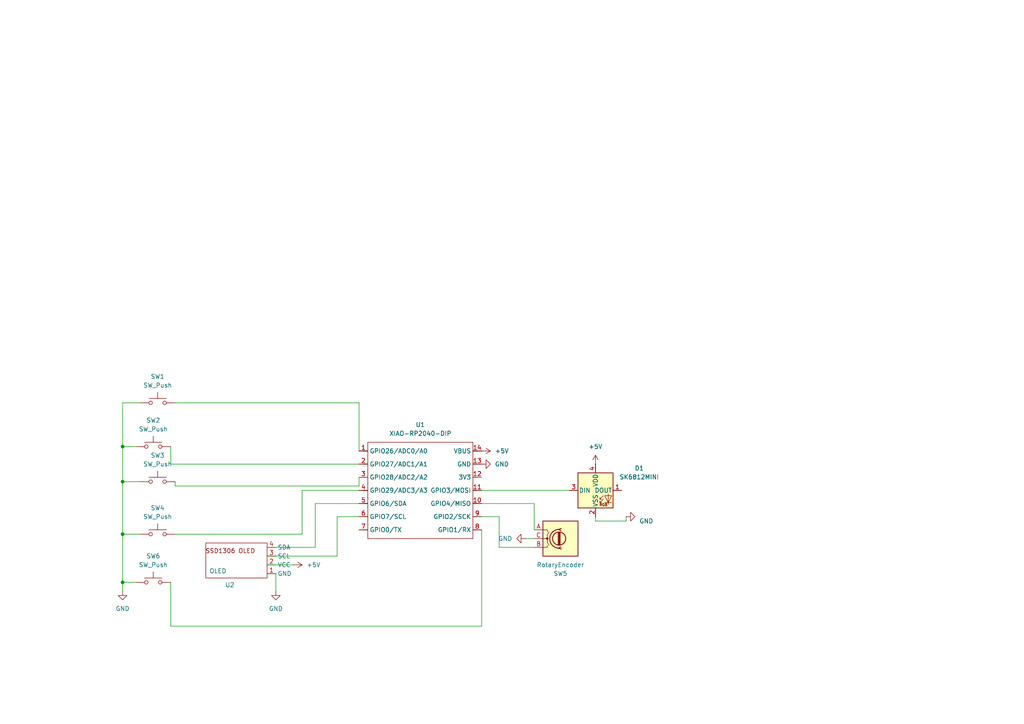
<source format=kicad_sch>
(kicad_sch (version 20250114) (generator "eeschema") (generator_version "9.0")
  (paper "A4")
  (lib_symbols
    (symbol "Device:RotaryEncoder" (pin_names (offset 0.254) (hide yes))
      (property "Reference" "SW" (at 0 6.604 0))
      (property "Value" "RotaryEncoder" (at 0 -6.604 0))
      (symbol "RotaryEncoder_0_1"
        (rectangle (start -5.08 5.08) (end 5.08 -5.08) (stroke (width 0.254)) (fill (type background)))
        (polyline (pts (xy -5.08 2.54) (xy -3.81 2.54) (xy -3.81 2.032)))
        (polyline (pts (xy -5.08 0) (xy -3.81 0) (xy -3.81 -1.016) (xy -3.302 -2.032)))
        (polyline (pts (xy -5.08 -2.54) (xy -3.81 -2.54) (xy -3.81 -2.032)))
        (polyline (pts (xy -4.318 0) (xy -3.81 0) (xy -3.81 1.016) (xy -3.302 2.032)))
        (circle (center -3.81 0) (radius 0.254) (fill (type outline)))
        (polyline (pts (xy -0.635 -1.778) (xy -0.635 1.778)) (stroke (width 0.254)))
        (circle (center -0.381 0) (radius 1.905) (stroke (width 0.254)))
        (polyline (pts (xy -0.381 -1.778) (xy -0.381 1.778)) (stroke (width 0.254)))
        (arc (start -0.381 -2.794) (mid -3.0988 -0.0635) (end -0.381 2.667) (stroke (width 0.254)))
        (polyline (pts (xy -0.127 1.778) (xy -0.127 -1.778)) (stroke (width 0.254)))
        (polyline (pts (xy 0.254 2.921) (xy -0.508 2.667) (xy 0.127 2.286)) (stroke (width 0.254)))
        (polyline (pts (xy 0.254 -3.048) (xy -0.508 -2.794) (xy 0.127 -2.413)) (stroke (width 0.254)))
      )
      (symbol "RotaryEncoder_1_1"
        (pin passive line (at -7.62 2.54 0) (length 2.54) (name "A") (number "A"))
        (pin passive line (at -7.62 0 0) (length 2.54) (name "C") (number "C"))
        (pin passive line (at -7.62 -2.54 0) (length 2.54) (name "B") (number "B"))
      )
    )
    (symbol "LED:SK6812MINI" (pin_names (offset 0.254))
      (property "Reference" "D" (at 5.08 5.715 0))
      (property "Value" "SK6812MINI" (at 1.27 -5.715 0))
      (symbol "SK6812MINI_0_0"
        (text "RGB" (at 2.286 -4.191 0) (effects (font (size 0.762 0.762))))
      )
      (symbol "SK6812MINI_0_1"
        (polyline (pts (xy 1.27 -2.54) (xy 1.778 -2.54)))
        (polyline (pts (xy 1.27 -3.556) (xy 1.778 -3.556)))
        (polyline (pts (xy 2.286 -1.524) (xy 1.27 -2.54) (xy 1.27 -2.032)))
        (polyline (pts (xy 2.286 -2.54) (xy 1.27 -3.556) (xy 1.27 -3.048)))
        (polyline (pts (xy 3.683 -1.016) (xy 3.683 -3.556) (xy 3.683 -4.064)))
        (polyline (pts (xy 4.699 -1.524) (xy 2.667 -1.524) (xy 3.683 -3.556) (xy 4.699 -1.524)))
        (polyline (pts (xy 4.699 -3.556) (xy 2.667 -3.556)))
        (rectangle (start 5.08 5.08) (end -5.08 -5.08) (stroke (width 0.254)) (fill (type background)))
      )
      (symbol "SK6812MINI_1_1"
        (pin input line (at -7.62 0 0) (length 2.54) (name "DIN") (number "3"))
        (pin power_in line (at 0 7.62 270) (length 2.54) (name "VDD") (number "4"))
        (pin power_in line (at 0 -7.62 90) (length 2.54) (name "VSS") (number "2"))
        (pin output line (at 7.62 0 180) (length 2.54) (name "DOUT") (number "1"))
      )
    )
    (symbol "Seeed_Studio_XIAO_Series:XIAO-RP2040-DIP"
      (property "Reference" "U" (at 0 0 0))
      (property "Value" "XIAO-RP2040-DIP" (at 5.334 -1.778 0))
      (symbol "XIAO-RP2040-DIP_1_0"
        (polyline (pts (xy -1.27 -2.54) (xy 29.21 -2.54)) (stroke (width 0.1524)))
        (polyline (pts (xy -1.27 -5.08) (xy -2.54 -5.08)) (stroke (width 0.1524)))
        (polyline (pts (xy -1.27 -5.08) (xy -1.27 -2.54)) (stroke (width 0.1524)))
        (polyline (pts (xy -1.27 -8.89) (xy -2.54 -8.89)) (stroke (width 0.1524)))
        (polyline (pts (xy -1.27 -8.89) (xy -1.27 -5.08)) (stroke (width 0.1524)))
        (polyline (pts (xy -1.27 -12.7) (xy -2.54 -12.7)) (stroke (width 0.1524)))
        (polyline (pts (xy -1.27 -12.7) (xy -1.27 -8.89)) (stroke (width 0.1524)))
        (polyline (pts (xy -1.27 -16.51) (xy -2.54 -16.51)) (stroke (width 0.1524)))
        (polyline (pts (xy -1.27 -16.51) (xy -1.27 -12.7)) (stroke (width 0.1524)))
        (polyline (pts (xy -1.27 -20.32) (xy -2.54 -20.32)) (stroke (width 0.1524)))
        (polyline (pts (xy -1.27 -24.13) (xy -2.54 -24.13)) (stroke (width 0.1524)))
        (polyline (pts (xy -1.27 -27.94) (xy -2.54 -27.94)) (stroke (width 0.1524)))
        (polyline (pts (xy -1.27 -30.48) (xy -1.27 -16.51)) (stroke (width 0.1524)))
        (polyline (pts (xy 29.21 -2.54) (xy 29.21 -5.08)) (stroke (width 0.1524)))
        (polyline (pts (xy 29.21 -5.08) (xy 29.21 -8.89)) (stroke (width 0.1524)))
        (polyline (pts (xy 29.21 -8.89) (xy 29.21 -12.7)) (stroke (width 0.1524)))
        (polyline (pts (xy 29.21 -12.7) (xy 29.21 -30.48)) (stroke (width 0.1524)))
        (polyline (pts (xy 29.21 -30.48) (xy -1.27 -30.48)) (stroke (width 0.1524)))
        (polyline (pts (xy 30.48 -5.08) (xy 29.21 -5.08)) (stroke (width 0.1524)))
        (polyline (pts (xy 30.48 -8.89) (xy 29.21 -8.89)) (stroke (width 0.1524)))
        (polyline (pts (xy 30.48 -12.7) (xy 29.21 -12.7)) (stroke (width 0.1524)))
        (polyline (pts (xy 30.48 -16.51) (xy 29.21 -16.51)) (stroke (width 0.1524)))
        (polyline (pts (xy 30.48 -20.32) (xy 29.21 -20.32)) (stroke (width 0.1524)))
        (polyline (pts (xy 30.48 -24.13) (xy 29.21 -24.13)) (stroke (width 0.1524)))
        (polyline (pts (xy 30.48 -27.94) (xy 29.21 -27.94)) (stroke (width 0.1524)))
        (pin passive line (at -3.81 -5.08 0) (length 2.54) (name "GPIO26/ADC0/A0") (number "1"))
        (pin passive line (at -3.81 -8.89 0) (length 2.54) (name "GPIO27/ADC1/A1") (number "2"))
        (pin passive line (at -3.81 -12.7 0) (length 2.54) (name "GPIO28/ADC2/A2") (number "3"))
        (pin passive line (at -3.81 -16.51 0) (length 2.54) (name "GPIO29/ADC3/A3") (number "4"))
        (pin passive line (at -3.81 -20.32 0) (length 2.54) (name "GPIO6/SDA") (number "5"))
        (pin passive line (at -3.81 -24.13 0) (length 2.54) (name "GPIO7/SCL") (number "6"))
        (pin passive line (at -3.81 -27.94 0) (length 2.54) (name "GPIO0/TX") (number "7"))
        (pin passive line (at 31.75 -5.08 180) (length 2.54) (name "VBUS") (number "14"))
        (pin passive line (at 31.75 -8.89 180) (length 2.54) (name "GND") (number "13"))
        (pin passive line (at 31.75 -12.7 180) (length 2.54) (name "3V3") (number "12"))
        (pin passive line (at 31.75 -16.51 180) (length 2.54) (name "GPIO3/MOSI") (number "11"))
        (pin passive line (at 31.75 -20.32 180) (length 2.54) (name "GPIO4/MISO") (number "10"))
        (pin passive line (at 31.75 -24.13 180) (length 2.54) (name "GPIO2/SCK") (number "9"))
        (pin passive line (at 31.75 -27.94 180) (length 2.54) (name "GPIO1/RX") (number "8"))
      )
    )
    (symbol "Switch:SW_Push" (pin_numbers (hide yes)) (pin_names (offset 1.016) (hide yes))
      (property "Reference" "SW" (at 1.27 2.54 0))
      (property "Value" "SW_Push" (at 0 -1.524 0))
      (symbol "SW_Push_0_1"
        (circle (center -2.032 0) (radius 0.508))
        (polyline (pts (xy 0 1.27) (xy 0 3.048)))
        (circle (center 2.032 0) (radius 0.508))
        (polyline (pts (xy 2.54 1.27) (xy -2.54 1.27)))
        (pin passive line (at -5.08 0 0) (length 2.54) (name "1") (number "1"))
        (pin passive line (at 5.08 0 180) (length 2.54) (name "2") (number "2"))
      )
    )
    (symbol "oled:oled_symb"
      (property "Reference" "U2" (at -14.732 0.762 0))
      (property "Value" "OLED" (at -19.304 -3.302 0))
      (symbol "oled_symb_0_1"
        (rectangle (start -20.32 -1.27) (end -2.54 -11.43))
      )
      (symbol "oled_symb_1_1"
        (text "SSD1306 OLED\n" (at -13.208 -9.144 0) (effects (font (size 1.27 1.27))))
        (pin passive line (at -2.54 -2.54 0) (length 2.54) (name "GND") (number "1"))
        (pin power_in line (at -2.54 -5.08 0) (length 2.54) (name "VCC") (number "2"))
        (pin input line (at -2.54 -7.62 0) (length 2.54) (name "SCL") (number "3"))
        (pin input line (at -2.54 -10.16 0) (length 2.54) (name "SDA") (number "4"))
      )
    )
    (symbol "power:+5V" (power) (pin_numbers (hide yes)) (pin_names (offset 0) (hide yes))
      (property "Value" "+5V" (at 0 3.556 0))
      (symbol "+5V_0_1"
        (polyline (pts (xy -0.762 1.27) (xy 0 2.54)))
        (polyline (pts (xy 0 2.54) (xy 0.762 1.27)))
        (polyline (pts (xy 0 0) (xy 0 2.54)))
      )
      (symbol "+5V_1_1"
        (pin power_in line (at 0 0 90) (length 0) (name "~") (number "1"))
      )
    )
    (symbol "power:GND" (power) (pin_numbers (hide yes)) (pin_names (offset 0) (hide yes))
      (property "Value" "GND" (at 0 -3.81 0))
      (symbol "GND_0_1"
        (polyline (pts (xy 0 0) (xy 0 -1.27) (xy 1.27 -1.27) (xy 0 -2.54) (xy -1.27 -1.27) (xy 0 -1.27)))
      )
      (symbol "GND_1_1"
        (pin power_in line (at 0 0 270) (length 0) (name "~") (number "1"))
      )
    )
  )
  (junction (at 35.56 168.91))
  (junction (at 35.56 139.7))
  (junction (at 35.56 129.54))
  (junction (at 35.56 154.94))
  (wire (pts (xy 49.53 134.62) (xy 104.14 134.62)))
  (wire (pts (xy 77.47 163.83) (xy 85.09 163.83)))
  (wire (pts (xy 144.78 158.75) (xy 144.78 149.86)))
  (wire (pts (xy 49.53 181.61) (xy 139.7 181.61)))
  (wire (pts (xy 35.56 154.94) (xy 40.64 154.94)))
  (wire (pts (xy 87.63 142.24) (xy 104.14 142.24)))
  (wire (pts (xy 80.01 171.45) (xy 80.01 166.37)))
  (wire (pts (xy 49.53 168.91) (xy 49.53 181.61)))
  (wire (pts (xy 165.1 142.24) (xy 139.7 142.24)))
  (wire (pts (xy 154.94 158.75) (xy 144.78 158.75)))
  (wire (pts (xy 77.47 161.29) (xy 97.79 161.29)))
  (wire (pts (xy 35.56 116.84) (xy 40.64 116.84)))
  (wire (pts (xy 35.56 139.7) (xy 40.64 139.7)))
  (wire (pts (xy 181.61 151.13) (xy 181.61 149.86)))
  (wire (pts (xy 49.53 129.54) (xy 49.53 134.62)))
  (wire (pts (xy 154.94 153.67) (xy 154.94 146.05)))
  (wire (pts (xy 50.8 140.97) (xy 104.14 140.97)))
  (wire (pts (xy 77.47 158.75) (xy 91.44 158.75)))
  (wire (pts (xy 91.44 158.75) (xy 91.44 146.05)))
  (wire (pts (xy 80.01 166.37) (xy 77.47 166.37)))
  (wire (pts (xy 97.79 161.29) (xy 97.79 149.86)))
  (wire (pts (xy 154.94 146.05) (xy 139.7 146.05)))
  (wire (pts (xy 35.56 168.91) (xy 35.56 171.45)))
  (wire (pts (xy 104.14 116.84) (xy 104.14 130.81)))
  (wire (pts (xy 87.63 154.94) (xy 87.63 142.24)))
  (wire (pts (xy 181.61 151.13) (xy 172.72 151.13)))
  (wire (pts (xy 35.56 154.94) (xy 35.56 168.91)))
  (wire (pts (xy 104.14 140.97) (xy 104.14 138.43)))
  (wire (pts (xy 35.56 139.7) (xy 35.56 154.94)))
  (wire (pts (xy 144.78 149.86) (xy 139.7 149.86)))
  (wire (pts (xy 91.44 146.05) (xy 104.14 146.05)))
  (wire (pts (xy 50.8 116.84) (xy 104.14 116.84)))
  (wire (pts (xy 50.8 139.7) (xy 50.8 140.97)))
  (wire (pts (xy 35.56 129.54) (xy 39.37 129.54)))
  (wire (pts (xy 139.7 181.61) (xy 139.7 153.67)))
  (wire (pts (xy 35.56 116.84) (xy 35.56 129.54)))
  (wire (pts (xy 50.8 154.94) (xy 87.63 154.94)))
  (wire (pts (xy 97.79 149.86) (xy 104.14 149.86)))
  (wire (pts (xy 154.94 156.21) (xy 152.4 156.21)))
  (wire (pts (xy 172.72 151.13) (xy 172.72 149.86)))
  (wire (pts (xy 35.56 168.91) (xy 39.37 168.91)))
  (wire (pts (xy 35.56 129.54) (xy 35.56 139.7)))
  (symbol (lib_id "power:GND") (at 181.61 149.86 90) (mirror x) (unit 1)
    (property "Reference" "#PWR04" (effects (hide yes)))
    (property "Value" "GND" (at 185.42 151.1299 90) (effects (justify right)))
    (property "Description" "Power symbol creates a global label with name \"GND\" , ground" (effects (hide yes)))
  )
  (symbol (lib_id "Switch:SW_Push") (at 44.45 168.91 0) (unit 1)
    (property "Reference" "SW6" (at 44.45 161.29 0))
    (property "Value" "SW_Push" (at 44.45 163.83 0))
    (property "Footprint" "Button_Switch_Keyboard:SW_Cherry_MX_1.00u_PCB" (effects (hide yes)))
    (property "Description" "Push button switch, generic, two pins" (effects (hide yes)))
  )
  (symbol (lib_id "Switch:SW_Push") (at 44.45 129.54 0) (unit 1)
    (property "Reference" "SW2" (at 44.45 121.92 0))
    (property "Value" "SW_Push" (at 44.45 124.46 0))
    (property "Footprint" "Button_Switch_Keyboard:SW_Cherry_MX_1.00u_PCB" (effects (hide yes)))
    (property "Description" "Push button switch, generic, two pins" (effects (hide yes)))
  )
  (symbol (lib_id "power:GND") (at 80.01 171.45 0) (mirror y) (unit 1)
    (property "Reference" "#PWR02" (effects (hide yes)))
    (property "Value" "GND" (at 80.01 176.53 0))
    (property "Description" "Power symbol creates a global label with name \"GND\" , ground" (effects (hide yes)))
  )
  (symbol (lib_id "Switch:SW_Push") (at 45.72 139.7 0) (unit 1)
    (property "Reference" "SW3" (at 45.72 132.08 0))
    (property "Value" "SW_Push" (at 45.72 134.62 0))
    (property "Footprint" "Button_Switch_Keyboard:SW_Cherry_MX_1.00u_PCB" (effects (hide yes)))
    (property "Description" "Push button switch, generic, two pins" (effects (hide yes)))
  )
  (symbol (lib_id "Device:RotaryEncoder") (at 162.56 156.21 0) (unit 1)
    (property "Reference" "SW5" (at 162.56 166.37 0))
    (property "Value" "RotaryEncoder" (at 162.56 163.83 0))
    (property "Footprint" "Rotary_Encoder:RotaryEncoder_Alps_EC11E_Vertical_H20mm" (effects (hide yes)))
    (property "Description" "Rotary encoder, dual channel, incremental quadrate outputs" (effects (hide yes)))
  )
  (symbol (lib_id "Seeed_Studio_XIAO_Series:XIAO-RP2040-DIP") (at 107.95 125.73 0) (unit 1)
    (property "Reference" "U1" (at 121.92 123.19 0))
    (property "Value" "XIAO-RP2040-DIP" (at 121.92 125.73 0))
    (property "Footprint" "OPL:XIAO-RP2040-DIP" (effects (hide yes)))
  )
  (symbol (lib_id "Switch:SW_Push") (at 45.72 154.94 0) (unit 1)
    (property "Reference" "SW4" (at 45.72 147.32 0))
    (property "Value" "SW_Push" (at 45.72 149.86 0))
    (property "Footprint" "Button_Switch_Keyboard:SW_Cherry_MX_1.00u_PCB" (effects (hide yes)))
    (property "Description" "Push button switch, generic, two pins" (effects (hide yes)))
  )
  (symbol (lib_id "Switch:SW_Push") (at 45.72 116.84 0) (unit 1)
    (property "Reference" "SW1" (at 45.72 109.22 0))
    (property "Value" "SW_Push" (at 45.72 111.76 0))
    (property "Footprint" "Button_Switch_Keyboard:SW_Cherry_MX_1.00u_PCB" (effects (hide yes)))
    (property "Description" "Push button switch, generic, two pins" (effects (hide yes)))
  )
  (symbol (lib_id "oled:oled_symb") (at 80.01 168.91 0) (mirror x) (unit 1)
    (property "Reference" "U2" (at 65.278 169.672 0) (effects (justify left)))
    (property "Value" "OLED" (at 60.706 165.608 0) (effects (justify left)))
    (property "Footprint" "OLED:SSD1306-0.91-OLED-4pin-128x32 (1)" (effects (hide yes)))
  )
  (symbol (lib_id "power:+5V") (at 139.7 130.81 270) (mirror x) (unit 1)
    (property "Reference" "#PWR08" (effects (hide yes)))
    (property "Value" "+5V" (at 143.51 130.8101 90) (effects (justify left)))
    (property "Description" "Power symbol creates a global label with name \"+5V\"" (effects (hide yes)))
  )
  (symbol (lib_id "power:GND") (at 152.4 156.21 270) (mirror x) (unit 1)
    (property "Reference" "#PWR05" (effects (hide yes)))
    (property "Value" "GND" (at 148.59 156.2101 90) (effects (justify right)))
    (property "Description" "Power symbol creates a global label with name \"GND\" , ground" (effects (hide yes)))
  )
  (symbol (lib_id "LED:SK6812MINI") (at 172.72 142.24 0) (unit 1)
    (property "Reference" "D1" (at 185.42 135.8198 0))
    (property "Value" "SK6812MINI" (at 185.42 138.3598 0))
    (property "Footprint" "LED_SMD:LED_SK6812MINI_PLCC4_3.5x3.5mm_P1.75mm" (effects (hide yes)))
    (property "Datasheet" "https://cdn-shop.adafruit.com/product-files/2686/SK6812MINI_REV.01-1-2.pdf" (effects (hide yes)))
    (property "Description" "RGB LED with integrated controller" (effects (hide yes)))
  )
  (symbol (lib_id "power:+5V") (at 172.72 134.62 0) (mirror y) (unit 1)
    (property "Reference" "#PWR06" (effects (hide yes)))
    (property "Value" "+5V" (at 172.72 129.54 0))
    (property "Description" "Power symbol creates a global label with name \"+5V\"" (effects (hide yes)))
  )
  (symbol (lib_id "power:GND") (at 35.56 171.45 0) (unit 1)
    (property "Reference" "#PWR01" (effects (hide yes)))
    (property "Value" "GND" (at 35.56 176.53 0))
    (property "Description" "Power symbol creates a global label with name \"GND\" , ground" (effects (hide yes)))
  )
  (symbol (lib_id "power:+5V") (at 85.09 163.83 270) (mirror x) (unit 1)
    (property "Reference" "#PWR03" (effects (hide yes)))
    (property "Value" "+5V" (at 88.9 163.8301 90) (effects (justify left)))
    (property "Description" "Power symbol creates a global label with name \"+5V\"" (effects (hide yes)))
  )
  (symbol (lib_id "power:GND") (at 139.7 134.62 90) (mirror x) (unit 1)
    (property "Reference" "#PWR07" (effects (hide yes)))
    (property "Value" "GND" (at 143.51 134.6199 90) (effects (justify right)))
    (property "Description" "Power symbol creates a global label with name \"GND\" , ground" (effects (hide yes)))
  )
)
</source>
